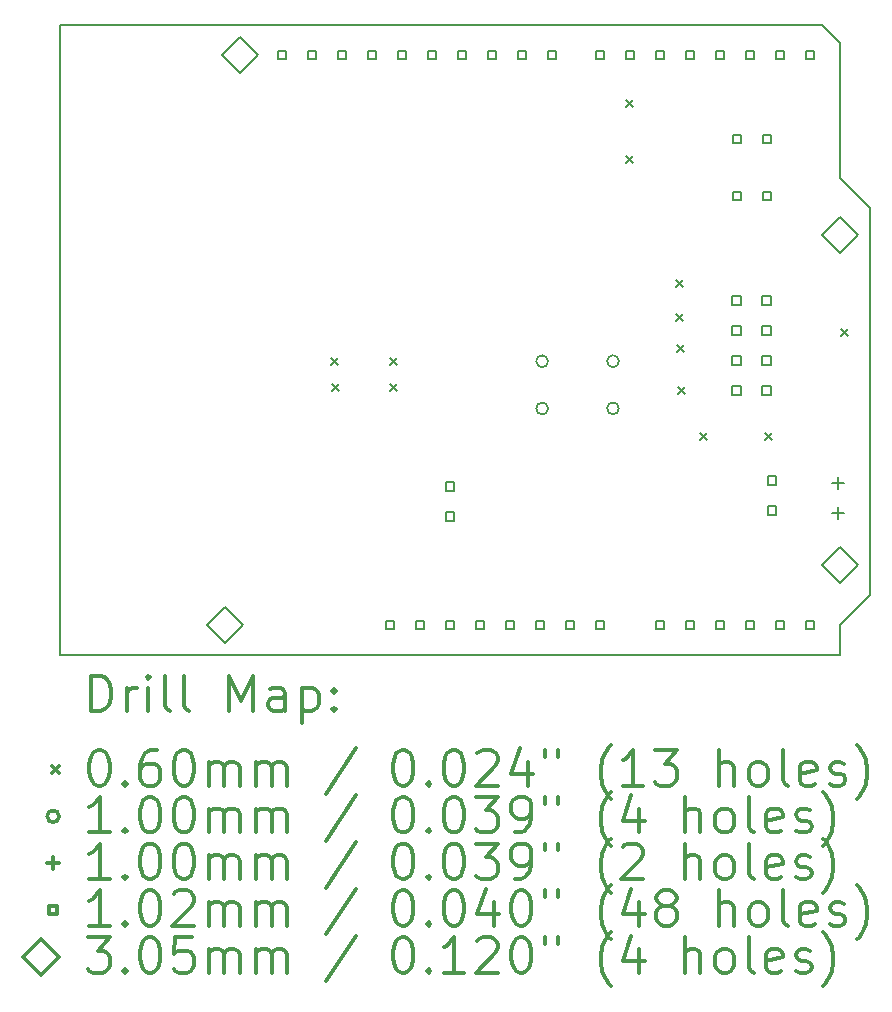
<source format=gbr>
%FSLAX45Y45*%
G04 Gerber Fmt 4.5, Leading zero omitted, Abs format (unit mm)*
G04 Created by KiCad (PCBNEW 4.0.5+dfsg1-4) date Fri Nov 23 12:42:54 2018*
%MOMM*%
%LPD*%
G01*
G04 APERTURE LIST*
%ADD10C,0.127000*%
%ADD11C,0.150000*%
%ADD12C,0.200000*%
%ADD13C,0.300000*%
G04 APERTURE END LIST*
D10*
D11*
X17703800Y-7454900D02*
X17551400Y-7302500D01*
X17703800Y-8597900D02*
X17703800Y-7454900D01*
X17957800Y-8851900D02*
X17703800Y-8597900D01*
X17957800Y-12128500D02*
X17957800Y-8851900D01*
X17703800Y-12382500D02*
X17957800Y-12128500D01*
X17703800Y-12636500D02*
X17703800Y-12382500D01*
X11099800Y-12636500D02*
X17703800Y-12636500D01*
X11099800Y-7302500D02*
X11099800Y-12636500D01*
X17551400Y-7302500D02*
X11099800Y-7302500D01*
D12*
X13395932Y-10116538D02*
X13455932Y-10176538D01*
X13455932Y-10116538D02*
X13395932Y-10176538D01*
X13400250Y-10340566D02*
X13460250Y-10400566D01*
X13460250Y-10340566D02*
X13400250Y-10400566D01*
X13890470Y-10342598D02*
X13950470Y-10402598D01*
X13950470Y-10342598D02*
X13890470Y-10402598D01*
X13890674Y-10117096D02*
X13950674Y-10177096D01*
X13950674Y-10117096D02*
X13890674Y-10177096D01*
X15893768Y-7931622D02*
X15953768Y-7991622D01*
X15953768Y-7931622D02*
X15893768Y-7991622D01*
X15893768Y-8407372D02*
X15953768Y-8467372D01*
X15953768Y-8407372D02*
X15893768Y-8467372D01*
X16316932Y-9461077D02*
X16376932Y-9521077D01*
X16376932Y-9461077D02*
X16316932Y-9521077D01*
X16316932Y-9748238D02*
X16376932Y-9808238D01*
X16376932Y-9748238D02*
X16316932Y-9808238D01*
X16325060Y-10010620D02*
X16385060Y-10070620D01*
X16385060Y-10010620D02*
X16325060Y-10070620D01*
X16329378Y-10366220D02*
X16389378Y-10426220D01*
X16389378Y-10366220D02*
X16329378Y-10426220D01*
X16518862Y-10757380D02*
X16578862Y-10817380D01*
X16578862Y-10757380D02*
X16518862Y-10817380D01*
X17067248Y-10757380D02*
X17127248Y-10817380D01*
X17127248Y-10757380D02*
X17067248Y-10817380D01*
X17713678Y-9873968D02*
X17773678Y-9933968D01*
X17773678Y-9873968D02*
X17713678Y-9933968D01*
X15232544Y-10147096D02*
G75*
G03X15232544Y-10147096I-50000J0D01*
G01*
X15232544Y-10547096D02*
G75*
G03X15232544Y-10547096I-50000J0D01*
G01*
X15832544Y-10147096D02*
G75*
G03X15832544Y-10147096I-50000J0D01*
G01*
X15832544Y-10547096D02*
G75*
G03X15832544Y-10547096I-50000J0D01*
G01*
X17688052Y-11127232D02*
X17688052Y-11227308D01*
X17638014Y-11177270D02*
X17738090Y-11177270D01*
X17688052Y-11381232D02*
X17688052Y-11481308D01*
X17638014Y-11431270D02*
X17738090Y-11431270D01*
X13015321Y-7592421D02*
X13015321Y-7520579D01*
X12943479Y-7520579D01*
X12943479Y-7592421D01*
X13015321Y-7592421D01*
X13269321Y-7592421D02*
X13269321Y-7520579D01*
X13197479Y-7520579D01*
X13197479Y-7592421D01*
X13269321Y-7592421D01*
X13523321Y-7592421D02*
X13523321Y-7520579D01*
X13451479Y-7520579D01*
X13451479Y-7592421D01*
X13523321Y-7592421D01*
X13777321Y-7592421D02*
X13777321Y-7520579D01*
X13705479Y-7520579D01*
X13705479Y-7592421D01*
X13777321Y-7592421D01*
X13929721Y-12418421D02*
X13929721Y-12346579D01*
X13857879Y-12346579D01*
X13857879Y-12418421D01*
X13929721Y-12418421D01*
X14031321Y-7592421D02*
X14031321Y-7520579D01*
X13959479Y-7520579D01*
X13959479Y-7592421D01*
X14031321Y-7592421D01*
X14183721Y-12418421D02*
X14183721Y-12346579D01*
X14111879Y-12346579D01*
X14111879Y-12418421D01*
X14183721Y-12418421D01*
X14285321Y-7592421D02*
X14285321Y-7520579D01*
X14213479Y-7520579D01*
X14213479Y-7592421D01*
X14285321Y-7592421D01*
X14437721Y-12418421D02*
X14437721Y-12346579D01*
X14365879Y-12346579D01*
X14365879Y-12418421D01*
X14437721Y-12418421D01*
X14438483Y-11243417D02*
X14438483Y-11171575D01*
X14366641Y-11171575D01*
X14366641Y-11243417D01*
X14438483Y-11243417D01*
X14438483Y-11497417D02*
X14438483Y-11425575D01*
X14366641Y-11425575D01*
X14366641Y-11497417D01*
X14438483Y-11497417D01*
X14539321Y-7592421D02*
X14539321Y-7520579D01*
X14467479Y-7520579D01*
X14467479Y-7592421D01*
X14539321Y-7592421D01*
X14691721Y-12418421D02*
X14691721Y-12346579D01*
X14619879Y-12346579D01*
X14619879Y-12418421D01*
X14691721Y-12418421D01*
X14793321Y-7592421D02*
X14793321Y-7520579D01*
X14721479Y-7520579D01*
X14721479Y-7592421D01*
X14793321Y-7592421D01*
X14945721Y-12418421D02*
X14945721Y-12346579D01*
X14873879Y-12346579D01*
X14873879Y-12418421D01*
X14945721Y-12418421D01*
X15047321Y-7592421D02*
X15047321Y-7520579D01*
X14975479Y-7520579D01*
X14975479Y-7592421D01*
X15047321Y-7592421D01*
X15199721Y-12418421D02*
X15199721Y-12346579D01*
X15127879Y-12346579D01*
X15127879Y-12418421D01*
X15199721Y-12418421D01*
X15301321Y-7592421D02*
X15301321Y-7520579D01*
X15229479Y-7520579D01*
X15229479Y-7592421D01*
X15301321Y-7592421D01*
X15453721Y-12418421D02*
X15453721Y-12346579D01*
X15381879Y-12346579D01*
X15381879Y-12418421D01*
X15453721Y-12418421D01*
X15707721Y-7592421D02*
X15707721Y-7520579D01*
X15635879Y-7520579D01*
X15635879Y-7592421D01*
X15707721Y-7592421D01*
X15707721Y-12418421D02*
X15707721Y-12346579D01*
X15635879Y-12346579D01*
X15635879Y-12418421D01*
X15707721Y-12418421D01*
X15961721Y-7592421D02*
X15961721Y-7520579D01*
X15889879Y-7520579D01*
X15889879Y-7592421D01*
X15961721Y-7592421D01*
X16215721Y-7592421D02*
X16215721Y-7520579D01*
X16143879Y-7520579D01*
X16143879Y-7592421D01*
X16215721Y-7592421D01*
X16215721Y-12418421D02*
X16215721Y-12346579D01*
X16143879Y-12346579D01*
X16143879Y-12418421D01*
X16215721Y-12418421D01*
X16469721Y-7592421D02*
X16469721Y-7520579D01*
X16397879Y-7520579D01*
X16397879Y-7592421D01*
X16469721Y-7592421D01*
X16469721Y-12418421D02*
X16469721Y-12346579D01*
X16397879Y-12346579D01*
X16397879Y-12418421D01*
X16469721Y-12418421D01*
X16723721Y-7592421D02*
X16723721Y-7520579D01*
X16651879Y-7520579D01*
X16651879Y-7592421D01*
X16723721Y-7592421D01*
X16723721Y-12418421D02*
X16723721Y-12346579D01*
X16651879Y-12346579D01*
X16651879Y-12418421D01*
X16723721Y-12418421D01*
X16865961Y-9669633D02*
X16865961Y-9597791D01*
X16794119Y-9597791D01*
X16794119Y-9669633D01*
X16865961Y-9669633D01*
X16865961Y-9923633D02*
X16865961Y-9851791D01*
X16794119Y-9851791D01*
X16794119Y-9923633D01*
X16865961Y-9923633D01*
X16865961Y-10177633D02*
X16865961Y-10105791D01*
X16794119Y-10105791D01*
X16794119Y-10177633D01*
X16865961Y-10177633D01*
X16865961Y-10431633D02*
X16865961Y-10359791D01*
X16794119Y-10359791D01*
X16794119Y-10431633D01*
X16865961Y-10431633D01*
X16867485Y-8302605D02*
X16867485Y-8230763D01*
X16795643Y-8230763D01*
X16795643Y-8302605D01*
X16867485Y-8302605D01*
X16867485Y-8785205D02*
X16867485Y-8713363D01*
X16795643Y-8713363D01*
X16795643Y-8785205D01*
X16867485Y-8785205D01*
X16977721Y-7592421D02*
X16977721Y-7520579D01*
X16905879Y-7520579D01*
X16905879Y-7592421D01*
X16977721Y-7592421D01*
X16977721Y-12418421D02*
X16977721Y-12346579D01*
X16905879Y-12346579D01*
X16905879Y-12418421D01*
X16977721Y-12418421D01*
X17119961Y-9669633D02*
X17119961Y-9597791D01*
X17048119Y-9597791D01*
X17048119Y-9669633D01*
X17119961Y-9669633D01*
X17119961Y-9923633D02*
X17119961Y-9851791D01*
X17048119Y-9851791D01*
X17048119Y-9923633D01*
X17119961Y-9923633D01*
X17119961Y-10177633D02*
X17119961Y-10105791D01*
X17048119Y-10105791D01*
X17048119Y-10177633D01*
X17119961Y-10177633D01*
X17119961Y-10431633D02*
X17119961Y-10359791D01*
X17048119Y-10359791D01*
X17048119Y-10431633D01*
X17119961Y-10431633D01*
X17121485Y-8302605D02*
X17121485Y-8230763D01*
X17049643Y-8230763D01*
X17049643Y-8302605D01*
X17121485Y-8302605D01*
X17121485Y-8785205D02*
X17121485Y-8713363D01*
X17049643Y-8713363D01*
X17049643Y-8785205D01*
X17121485Y-8785205D01*
X17166697Y-11191093D02*
X17166697Y-11119251D01*
X17094855Y-11119251D01*
X17094855Y-11191093D01*
X17166697Y-11191093D01*
X17166697Y-11445093D02*
X17166697Y-11373251D01*
X17094855Y-11373251D01*
X17094855Y-11445093D01*
X17166697Y-11445093D01*
X17231721Y-7592421D02*
X17231721Y-7520579D01*
X17159879Y-7520579D01*
X17159879Y-7592421D01*
X17231721Y-7592421D01*
X17231721Y-12418421D02*
X17231721Y-12346579D01*
X17159879Y-12346579D01*
X17159879Y-12418421D01*
X17231721Y-12418421D01*
X17485721Y-7592421D02*
X17485721Y-7520579D01*
X17413879Y-7520579D01*
X17413879Y-7592421D01*
X17485721Y-7592421D01*
X17485721Y-12418421D02*
X17485721Y-12346579D01*
X17413879Y-12346579D01*
X17413879Y-12418421D01*
X17485721Y-12418421D01*
X12496800Y-12534900D02*
X12649200Y-12382500D01*
X12496800Y-12230100D01*
X12344400Y-12382500D01*
X12496800Y-12534900D01*
X12623800Y-7708900D02*
X12776200Y-7556500D01*
X12623800Y-7404100D01*
X12471400Y-7556500D01*
X12623800Y-7708900D01*
X17703800Y-9232900D02*
X17856200Y-9080500D01*
X17703800Y-8928100D01*
X17551400Y-9080500D01*
X17703800Y-9232900D01*
X17703800Y-12026900D02*
X17856200Y-11874500D01*
X17703800Y-11722100D01*
X17551400Y-11874500D01*
X17703800Y-12026900D01*
D13*
X11363728Y-13109714D02*
X11363728Y-12809714D01*
X11435157Y-12809714D01*
X11478014Y-12824000D01*
X11506586Y-12852571D01*
X11520871Y-12881143D01*
X11535157Y-12938286D01*
X11535157Y-12981143D01*
X11520871Y-13038286D01*
X11506586Y-13066857D01*
X11478014Y-13095429D01*
X11435157Y-13109714D01*
X11363728Y-13109714D01*
X11663728Y-13109714D02*
X11663728Y-12909714D01*
X11663728Y-12966857D02*
X11678014Y-12938286D01*
X11692300Y-12924000D01*
X11720871Y-12909714D01*
X11749443Y-12909714D01*
X11849443Y-13109714D02*
X11849443Y-12909714D01*
X11849443Y-12809714D02*
X11835157Y-12824000D01*
X11849443Y-12838286D01*
X11863728Y-12824000D01*
X11849443Y-12809714D01*
X11849443Y-12838286D01*
X12035157Y-13109714D02*
X12006586Y-13095429D01*
X11992300Y-13066857D01*
X11992300Y-12809714D01*
X12192300Y-13109714D02*
X12163728Y-13095429D01*
X12149443Y-13066857D01*
X12149443Y-12809714D01*
X12535157Y-13109714D02*
X12535157Y-12809714D01*
X12635157Y-13024000D01*
X12735157Y-12809714D01*
X12735157Y-13109714D01*
X13006586Y-13109714D02*
X13006586Y-12952571D01*
X12992300Y-12924000D01*
X12963728Y-12909714D01*
X12906586Y-12909714D01*
X12878014Y-12924000D01*
X13006586Y-13095429D02*
X12978014Y-13109714D01*
X12906586Y-13109714D01*
X12878014Y-13095429D01*
X12863728Y-13066857D01*
X12863728Y-13038286D01*
X12878014Y-13009714D01*
X12906586Y-12995429D01*
X12978014Y-12995429D01*
X13006586Y-12981143D01*
X13149443Y-12909714D02*
X13149443Y-13209714D01*
X13149443Y-12924000D02*
X13178014Y-12909714D01*
X13235157Y-12909714D01*
X13263728Y-12924000D01*
X13278014Y-12938286D01*
X13292300Y-12966857D01*
X13292300Y-13052571D01*
X13278014Y-13081143D01*
X13263728Y-13095429D01*
X13235157Y-13109714D01*
X13178014Y-13109714D01*
X13149443Y-13095429D01*
X13420871Y-13081143D02*
X13435157Y-13095429D01*
X13420871Y-13109714D01*
X13406586Y-13095429D01*
X13420871Y-13081143D01*
X13420871Y-13109714D01*
X13420871Y-12924000D02*
X13435157Y-12938286D01*
X13420871Y-12952571D01*
X13406586Y-12938286D01*
X13420871Y-12924000D01*
X13420871Y-12952571D01*
X11032300Y-13574000D02*
X11092300Y-13634000D01*
X11092300Y-13574000D02*
X11032300Y-13634000D01*
X11420871Y-13439714D02*
X11449443Y-13439714D01*
X11478014Y-13454000D01*
X11492300Y-13468286D01*
X11506586Y-13496857D01*
X11520871Y-13554000D01*
X11520871Y-13625429D01*
X11506586Y-13682571D01*
X11492300Y-13711143D01*
X11478014Y-13725429D01*
X11449443Y-13739714D01*
X11420871Y-13739714D01*
X11392300Y-13725429D01*
X11378014Y-13711143D01*
X11363728Y-13682571D01*
X11349443Y-13625429D01*
X11349443Y-13554000D01*
X11363728Y-13496857D01*
X11378014Y-13468286D01*
X11392300Y-13454000D01*
X11420871Y-13439714D01*
X11649443Y-13711143D02*
X11663728Y-13725429D01*
X11649443Y-13739714D01*
X11635157Y-13725429D01*
X11649443Y-13711143D01*
X11649443Y-13739714D01*
X11920871Y-13439714D02*
X11863728Y-13439714D01*
X11835157Y-13454000D01*
X11820871Y-13468286D01*
X11792300Y-13511143D01*
X11778014Y-13568286D01*
X11778014Y-13682571D01*
X11792300Y-13711143D01*
X11806586Y-13725429D01*
X11835157Y-13739714D01*
X11892300Y-13739714D01*
X11920871Y-13725429D01*
X11935157Y-13711143D01*
X11949443Y-13682571D01*
X11949443Y-13611143D01*
X11935157Y-13582571D01*
X11920871Y-13568286D01*
X11892300Y-13554000D01*
X11835157Y-13554000D01*
X11806586Y-13568286D01*
X11792300Y-13582571D01*
X11778014Y-13611143D01*
X12135157Y-13439714D02*
X12163728Y-13439714D01*
X12192300Y-13454000D01*
X12206586Y-13468286D01*
X12220871Y-13496857D01*
X12235157Y-13554000D01*
X12235157Y-13625429D01*
X12220871Y-13682571D01*
X12206586Y-13711143D01*
X12192300Y-13725429D01*
X12163728Y-13739714D01*
X12135157Y-13739714D01*
X12106586Y-13725429D01*
X12092300Y-13711143D01*
X12078014Y-13682571D01*
X12063728Y-13625429D01*
X12063728Y-13554000D01*
X12078014Y-13496857D01*
X12092300Y-13468286D01*
X12106586Y-13454000D01*
X12135157Y-13439714D01*
X12363728Y-13739714D02*
X12363728Y-13539714D01*
X12363728Y-13568286D02*
X12378014Y-13554000D01*
X12406586Y-13539714D01*
X12449443Y-13539714D01*
X12478014Y-13554000D01*
X12492300Y-13582571D01*
X12492300Y-13739714D01*
X12492300Y-13582571D02*
X12506586Y-13554000D01*
X12535157Y-13539714D01*
X12578014Y-13539714D01*
X12606586Y-13554000D01*
X12620871Y-13582571D01*
X12620871Y-13739714D01*
X12763728Y-13739714D02*
X12763728Y-13539714D01*
X12763728Y-13568286D02*
X12778014Y-13554000D01*
X12806586Y-13539714D01*
X12849443Y-13539714D01*
X12878014Y-13554000D01*
X12892300Y-13582571D01*
X12892300Y-13739714D01*
X12892300Y-13582571D02*
X12906586Y-13554000D01*
X12935157Y-13539714D01*
X12978014Y-13539714D01*
X13006586Y-13554000D01*
X13020871Y-13582571D01*
X13020871Y-13739714D01*
X13606586Y-13425429D02*
X13349443Y-13811143D01*
X13992300Y-13439714D02*
X14020871Y-13439714D01*
X14049443Y-13454000D01*
X14063728Y-13468286D01*
X14078014Y-13496857D01*
X14092300Y-13554000D01*
X14092300Y-13625429D01*
X14078014Y-13682571D01*
X14063728Y-13711143D01*
X14049443Y-13725429D01*
X14020871Y-13739714D01*
X13992300Y-13739714D01*
X13963728Y-13725429D01*
X13949443Y-13711143D01*
X13935157Y-13682571D01*
X13920871Y-13625429D01*
X13920871Y-13554000D01*
X13935157Y-13496857D01*
X13949443Y-13468286D01*
X13963728Y-13454000D01*
X13992300Y-13439714D01*
X14220871Y-13711143D02*
X14235157Y-13725429D01*
X14220871Y-13739714D01*
X14206586Y-13725429D01*
X14220871Y-13711143D01*
X14220871Y-13739714D01*
X14420871Y-13439714D02*
X14449443Y-13439714D01*
X14478014Y-13454000D01*
X14492300Y-13468286D01*
X14506585Y-13496857D01*
X14520871Y-13554000D01*
X14520871Y-13625429D01*
X14506585Y-13682571D01*
X14492300Y-13711143D01*
X14478014Y-13725429D01*
X14449443Y-13739714D01*
X14420871Y-13739714D01*
X14392300Y-13725429D01*
X14378014Y-13711143D01*
X14363728Y-13682571D01*
X14349443Y-13625429D01*
X14349443Y-13554000D01*
X14363728Y-13496857D01*
X14378014Y-13468286D01*
X14392300Y-13454000D01*
X14420871Y-13439714D01*
X14635157Y-13468286D02*
X14649443Y-13454000D01*
X14678014Y-13439714D01*
X14749443Y-13439714D01*
X14778014Y-13454000D01*
X14792300Y-13468286D01*
X14806585Y-13496857D01*
X14806585Y-13525429D01*
X14792300Y-13568286D01*
X14620871Y-13739714D01*
X14806585Y-13739714D01*
X15063728Y-13539714D02*
X15063728Y-13739714D01*
X14992300Y-13425429D02*
X14920871Y-13639714D01*
X15106585Y-13639714D01*
X15206586Y-13439714D02*
X15206586Y-13496857D01*
X15320871Y-13439714D02*
X15320871Y-13496857D01*
X15763728Y-13854000D02*
X15749443Y-13839714D01*
X15720871Y-13796857D01*
X15706585Y-13768286D01*
X15692300Y-13725429D01*
X15678014Y-13654000D01*
X15678014Y-13596857D01*
X15692300Y-13525429D01*
X15706585Y-13482571D01*
X15720871Y-13454000D01*
X15749443Y-13411143D01*
X15763728Y-13396857D01*
X16035157Y-13739714D02*
X15863728Y-13739714D01*
X15949443Y-13739714D02*
X15949443Y-13439714D01*
X15920871Y-13482571D01*
X15892300Y-13511143D01*
X15863728Y-13525429D01*
X16135157Y-13439714D02*
X16320871Y-13439714D01*
X16220871Y-13554000D01*
X16263728Y-13554000D01*
X16292300Y-13568286D01*
X16306585Y-13582571D01*
X16320871Y-13611143D01*
X16320871Y-13682571D01*
X16306585Y-13711143D01*
X16292300Y-13725429D01*
X16263728Y-13739714D01*
X16178014Y-13739714D01*
X16149443Y-13725429D01*
X16135157Y-13711143D01*
X16678014Y-13739714D02*
X16678014Y-13439714D01*
X16806586Y-13739714D02*
X16806586Y-13582571D01*
X16792300Y-13554000D01*
X16763728Y-13539714D01*
X16720871Y-13539714D01*
X16692300Y-13554000D01*
X16678014Y-13568286D01*
X16992300Y-13739714D02*
X16963728Y-13725429D01*
X16949443Y-13711143D01*
X16935157Y-13682571D01*
X16935157Y-13596857D01*
X16949443Y-13568286D01*
X16963728Y-13554000D01*
X16992300Y-13539714D01*
X17035157Y-13539714D01*
X17063728Y-13554000D01*
X17078014Y-13568286D01*
X17092300Y-13596857D01*
X17092300Y-13682571D01*
X17078014Y-13711143D01*
X17063728Y-13725429D01*
X17035157Y-13739714D01*
X16992300Y-13739714D01*
X17263728Y-13739714D02*
X17235157Y-13725429D01*
X17220871Y-13696857D01*
X17220871Y-13439714D01*
X17492300Y-13725429D02*
X17463729Y-13739714D01*
X17406586Y-13739714D01*
X17378014Y-13725429D01*
X17363729Y-13696857D01*
X17363729Y-13582571D01*
X17378014Y-13554000D01*
X17406586Y-13539714D01*
X17463729Y-13539714D01*
X17492300Y-13554000D01*
X17506586Y-13582571D01*
X17506586Y-13611143D01*
X17363729Y-13639714D01*
X17620871Y-13725429D02*
X17649443Y-13739714D01*
X17706586Y-13739714D01*
X17735157Y-13725429D01*
X17749443Y-13696857D01*
X17749443Y-13682571D01*
X17735157Y-13654000D01*
X17706586Y-13639714D01*
X17663729Y-13639714D01*
X17635157Y-13625429D01*
X17620871Y-13596857D01*
X17620871Y-13582571D01*
X17635157Y-13554000D01*
X17663729Y-13539714D01*
X17706586Y-13539714D01*
X17735157Y-13554000D01*
X17849443Y-13854000D02*
X17863729Y-13839714D01*
X17892300Y-13796857D01*
X17906586Y-13768286D01*
X17920871Y-13725429D01*
X17935157Y-13654000D01*
X17935157Y-13596857D01*
X17920871Y-13525429D01*
X17906586Y-13482571D01*
X17892300Y-13454000D01*
X17863729Y-13411143D01*
X17849443Y-13396857D01*
X11092300Y-14000000D02*
G75*
G03X11092300Y-14000000I-50000J0D01*
G01*
X11520871Y-14135714D02*
X11349443Y-14135714D01*
X11435157Y-14135714D02*
X11435157Y-13835714D01*
X11406586Y-13878571D01*
X11378014Y-13907143D01*
X11349443Y-13921429D01*
X11649443Y-14107143D02*
X11663728Y-14121429D01*
X11649443Y-14135714D01*
X11635157Y-14121429D01*
X11649443Y-14107143D01*
X11649443Y-14135714D01*
X11849443Y-13835714D02*
X11878014Y-13835714D01*
X11906586Y-13850000D01*
X11920871Y-13864286D01*
X11935157Y-13892857D01*
X11949443Y-13950000D01*
X11949443Y-14021429D01*
X11935157Y-14078571D01*
X11920871Y-14107143D01*
X11906586Y-14121429D01*
X11878014Y-14135714D01*
X11849443Y-14135714D01*
X11820871Y-14121429D01*
X11806586Y-14107143D01*
X11792300Y-14078571D01*
X11778014Y-14021429D01*
X11778014Y-13950000D01*
X11792300Y-13892857D01*
X11806586Y-13864286D01*
X11820871Y-13850000D01*
X11849443Y-13835714D01*
X12135157Y-13835714D02*
X12163728Y-13835714D01*
X12192300Y-13850000D01*
X12206586Y-13864286D01*
X12220871Y-13892857D01*
X12235157Y-13950000D01*
X12235157Y-14021429D01*
X12220871Y-14078571D01*
X12206586Y-14107143D01*
X12192300Y-14121429D01*
X12163728Y-14135714D01*
X12135157Y-14135714D01*
X12106586Y-14121429D01*
X12092300Y-14107143D01*
X12078014Y-14078571D01*
X12063728Y-14021429D01*
X12063728Y-13950000D01*
X12078014Y-13892857D01*
X12092300Y-13864286D01*
X12106586Y-13850000D01*
X12135157Y-13835714D01*
X12363728Y-14135714D02*
X12363728Y-13935714D01*
X12363728Y-13964286D02*
X12378014Y-13950000D01*
X12406586Y-13935714D01*
X12449443Y-13935714D01*
X12478014Y-13950000D01*
X12492300Y-13978571D01*
X12492300Y-14135714D01*
X12492300Y-13978571D02*
X12506586Y-13950000D01*
X12535157Y-13935714D01*
X12578014Y-13935714D01*
X12606586Y-13950000D01*
X12620871Y-13978571D01*
X12620871Y-14135714D01*
X12763728Y-14135714D02*
X12763728Y-13935714D01*
X12763728Y-13964286D02*
X12778014Y-13950000D01*
X12806586Y-13935714D01*
X12849443Y-13935714D01*
X12878014Y-13950000D01*
X12892300Y-13978571D01*
X12892300Y-14135714D01*
X12892300Y-13978571D02*
X12906586Y-13950000D01*
X12935157Y-13935714D01*
X12978014Y-13935714D01*
X13006586Y-13950000D01*
X13020871Y-13978571D01*
X13020871Y-14135714D01*
X13606586Y-13821429D02*
X13349443Y-14207143D01*
X13992300Y-13835714D02*
X14020871Y-13835714D01*
X14049443Y-13850000D01*
X14063728Y-13864286D01*
X14078014Y-13892857D01*
X14092300Y-13950000D01*
X14092300Y-14021429D01*
X14078014Y-14078571D01*
X14063728Y-14107143D01*
X14049443Y-14121429D01*
X14020871Y-14135714D01*
X13992300Y-14135714D01*
X13963728Y-14121429D01*
X13949443Y-14107143D01*
X13935157Y-14078571D01*
X13920871Y-14021429D01*
X13920871Y-13950000D01*
X13935157Y-13892857D01*
X13949443Y-13864286D01*
X13963728Y-13850000D01*
X13992300Y-13835714D01*
X14220871Y-14107143D02*
X14235157Y-14121429D01*
X14220871Y-14135714D01*
X14206586Y-14121429D01*
X14220871Y-14107143D01*
X14220871Y-14135714D01*
X14420871Y-13835714D02*
X14449443Y-13835714D01*
X14478014Y-13850000D01*
X14492300Y-13864286D01*
X14506585Y-13892857D01*
X14520871Y-13950000D01*
X14520871Y-14021429D01*
X14506585Y-14078571D01*
X14492300Y-14107143D01*
X14478014Y-14121429D01*
X14449443Y-14135714D01*
X14420871Y-14135714D01*
X14392300Y-14121429D01*
X14378014Y-14107143D01*
X14363728Y-14078571D01*
X14349443Y-14021429D01*
X14349443Y-13950000D01*
X14363728Y-13892857D01*
X14378014Y-13864286D01*
X14392300Y-13850000D01*
X14420871Y-13835714D01*
X14620871Y-13835714D02*
X14806585Y-13835714D01*
X14706585Y-13950000D01*
X14749443Y-13950000D01*
X14778014Y-13964286D01*
X14792300Y-13978571D01*
X14806585Y-14007143D01*
X14806585Y-14078571D01*
X14792300Y-14107143D01*
X14778014Y-14121429D01*
X14749443Y-14135714D01*
X14663728Y-14135714D01*
X14635157Y-14121429D01*
X14620871Y-14107143D01*
X14949443Y-14135714D02*
X15006585Y-14135714D01*
X15035157Y-14121429D01*
X15049443Y-14107143D01*
X15078014Y-14064286D01*
X15092300Y-14007143D01*
X15092300Y-13892857D01*
X15078014Y-13864286D01*
X15063728Y-13850000D01*
X15035157Y-13835714D01*
X14978014Y-13835714D01*
X14949443Y-13850000D01*
X14935157Y-13864286D01*
X14920871Y-13892857D01*
X14920871Y-13964286D01*
X14935157Y-13992857D01*
X14949443Y-14007143D01*
X14978014Y-14021429D01*
X15035157Y-14021429D01*
X15063728Y-14007143D01*
X15078014Y-13992857D01*
X15092300Y-13964286D01*
X15206586Y-13835714D02*
X15206586Y-13892857D01*
X15320871Y-13835714D02*
X15320871Y-13892857D01*
X15763728Y-14250000D02*
X15749443Y-14235714D01*
X15720871Y-14192857D01*
X15706585Y-14164286D01*
X15692300Y-14121429D01*
X15678014Y-14050000D01*
X15678014Y-13992857D01*
X15692300Y-13921429D01*
X15706585Y-13878571D01*
X15720871Y-13850000D01*
X15749443Y-13807143D01*
X15763728Y-13792857D01*
X16006585Y-13935714D02*
X16006585Y-14135714D01*
X15935157Y-13821429D02*
X15863728Y-14035714D01*
X16049443Y-14035714D01*
X16392300Y-14135714D02*
X16392300Y-13835714D01*
X16520871Y-14135714D02*
X16520871Y-13978571D01*
X16506585Y-13950000D01*
X16478014Y-13935714D01*
X16435157Y-13935714D01*
X16406585Y-13950000D01*
X16392300Y-13964286D01*
X16706585Y-14135714D02*
X16678014Y-14121429D01*
X16663728Y-14107143D01*
X16649443Y-14078571D01*
X16649443Y-13992857D01*
X16663728Y-13964286D01*
X16678014Y-13950000D01*
X16706585Y-13935714D01*
X16749443Y-13935714D01*
X16778014Y-13950000D01*
X16792300Y-13964286D01*
X16806586Y-13992857D01*
X16806586Y-14078571D01*
X16792300Y-14107143D01*
X16778014Y-14121429D01*
X16749443Y-14135714D01*
X16706585Y-14135714D01*
X16978014Y-14135714D02*
X16949443Y-14121429D01*
X16935157Y-14092857D01*
X16935157Y-13835714D01*
X17206586Y-14121429D02*
X17178014Y-14135714D01*
X17120871Y-14135714D01*
X17092300Y-14121429D01*
X17078014Y-14092857D01*
X17078014Y-13978571D01*
X17092300Y-13950000D01*
X17120871Y-13935714D01*
X17178014Y-13935714D01*
X17206586Y-13950000D01*
X17220871Y-13978571D01*
X17220871Y-14007143D01*
X17078014Y-14035714D01*
X17335157Y-14121429D02*
X17363729Y-14135714D01*
X17420871Y-14135714D01*
X17449443Y-14121429D01*
X17463729Y-14092857D01*
X17463729Y-14078571D01*
X17449443Y-14050000D01*
X17420871Y-14035714D01*
X17378014Y-14035714D01*
X17349443Y-14021429D01*
X17335157Y-13992857D01*
X17335157Y-13978571D01*
X17349443Y-13950000D01*
X17378014Y-13935714D01*
X17420871Y-13935714D01*
X17449443Y-13950000D01*
X17563728Y-14250000D02*
X17578014Y-14235714D01*
X17606586Y-14192857D01*
X17620871Y-14164286D01*
X17635157Y-14121429D01*
X17649443Y-14050000D01*
X17649443Y-13992857D01*
X17635157Y-13921429D01*
X17620871Y-13878571D01*
X17606586Y-13850000D01*
X17578014Y-13807143D01*
X17563728Y-13792857D01*
X11042262Y-14345962D02*
X11042262Y-14446038D01*
X10992224Y-14396000D02*
X11092300Y-14396000D01*
X11520871Y-14531714D02*
X11349443Y-14531714D01*
X11435157Y-14531714D02*
X11435157Y-14231714D01*
X11406586Y-14274571D01*
X11378014Y-14303143D01*
X11349443Y-14317429D01*
X11649443Y-14503143D02*
X11663728Y-14517429D01*
X11649443Y-14531714D01*
X11635157Y-14517429D01*
X11649443Y-14503143D01*
X11649443Y-14531714D01*
X11849443Y-14231714D02*
X11878014Y-14231714D01*
X11906586Y-14246000D01*
X11920871Y-14260286D01*
X11935157Y-14288857D01*
X11949443Y-14346000D01*
X11949443Y-14417429D01*
X11935157Y-14474571D01*
X11920871Y-14503143D01*
X11906586Y-14517429D01*
X11878014Y-14531714D01*
X11849443Y-14531714D01*
X11820871Y-14517429D01*
X11806586Y-14503143D01*
X11792300Y-14474571D01*
X11778014Y-14417429D01*
X11778014Y-14346000D01*
X11792300Y-14288857D01*
X11806586Y-14260286D01*
X11820871Y-14246000D01*
X11849443Y-14231714D01*
X12135157Y-14231714D02*
X12163728Y-14231714D01*
X12192300Y-14246000D01*
X12206586Y-14260286D01*
X12220871Y-14288857D01*
X12235157Y-14346000D01*
X12235157Y-14417429D01*
X12220871Y-14474571D01*
X12206586Y-14503143D01*
X12192300Y-14517429D01*
X12163728Y-14531714D01*
X12135157Y-14531714D01*
X12106586Y-14517429D01*
X12092300Y-14503143D01*
X12078014Y-14474571D01*
X12063728Y-14417429D01*
X12063728Y-14346000D01*
X12078014Y-14288857D01*
X12092300Y-14260286D01*
X12106586Y-14246000D01*
X12135157Y-14231714D01*
X12363728Y-14531714D02*
X12363728Y-14331714D01*
X12363728Y-14360286D02*
X12378014Y-14346000D01*
X12406586Y-14331714D01*
X12449443Y-14331714D01*
X12478014Y-14346000D01*
X12492300Y-14374571D01*
X12492300Y-14531714D01*
X12492300Y-14374571D02*
X12506586Y-14346000D01*
X12535157Y-14331714D01*
X12578014Y-14331714D01*
X12606586Y-14346000D01*
X12620871Y-14374571D01*
X12620871Y-14531714D01*
X12763728Y-14531714D02*
X12763728Y-14331714D01*
X12763728Y-14360286D02*
X12778014Y-14346000D01*
X12806586Y-14331714D01*
X12849443Y-14331714D01*
X12878014Y-14346000D01*
X12892300Y-14374571D01*
X12892300Y-14531714D01*
X12892300Y-14374571D02*
X12906586Y-14346000D01*
X12935157Y-14331714D01*
X12978014Y-14331714D01*
X13006586Y-14346000D01*
X13020871Y-14374571D01*
X13020871Y-14531714D01*
X13606586Y-14217429D02*
X13349443Y-14603143D01*
X13992300Y-14231714D02*
X14020871Y-14231714D01*
X14049443Y-14246000D01*
X14063728Y-14260286D01*
X14078014Y-14288857D01*
X14092300Y-14346000D01*
X14092300Y-14417429D01*
X14078014Y-14474571D01*
X14063728Y-14503143D01*
X14049443Y-14517429D01*
X14020871Y-14531714D01*
X13992300Y-14531714D01*
X13963728Y-14517429D01*
X13949443Y-14503143D01*
X13935157Y-14474571D01*
X13920871Y-14417429D01*
X13920871Y-14346000D01*
X13935157Y-14288857D01*
X13949443Y-14260286D01*
X13963728Y-14246000D01*
X13992300Y-14231714D01*
X14220871Y-14503143D02*
X14235157Y-14517429D01*
X14220871Y-14531714D01*
X14206586Y-14517429D01*
X14220871Y-14503143D01*
X14220871Y-14531714D01*
X14420871Y-14231714D02*
X14449443Y-14231714D01*
X14478014Y-14246000D01*
X14492300Y-14260286D01*
X14506585Y-14288857D01*
X14520871Y-14346000D01*
X14520871Y-14417429D01*
X14506585Y-14474571D01*
X14492300Y-14503143D01*
X14478014Y-14517429D01*
X14449443Y-14531714D01*
X14420871Y-14531714D01*
X14392300Y-14517429D01*
X14378014Y-14503143D01*
X14363728Y-14474571D01*
X14349443Y-14417429D01*
X14349443Y-14346000D01*
X14363728Y-14288857D01*
X14378014Y-14260286D01*
X14392300Y-14246000D01*
X14420871Y-14231714D01*
X14620871Y-14231714D02*
X14806585Y-14231714D01*
X14706585Y-14346000D01*
X14749443Y-14346000D01*
X14778014Y-14360286D01*
X14792300Y-14374571D01*
X14806585Y-14403143D01*
X14806585Y-14474571D01*
X14792300Y-14503143D01*
X14778014Y-14517429D01*
X14749443Y-14531714D01*
X14663728Y-14531714D01*
X14635157Y-14517429D01*
X14620871Y-14503143D01*
X14949443Y-14531714D02*
X15006585Y-14531714D01*
X15035157Y-14517429D01*
X15049443Y-14503143D01*
X15078014Y-14460286D01*
X15092300Y-14403143D01*
X15092300Y-14288857D01*
X15078014Y-14260286D01*
X15063728Y-14246000D01*
X15035157Y-14231714D01*
X14978014Y-14231714D01*
X14949443Y-14246000D01*
X14935157Y-14260286D01*
X14920871Y-14288857D01*
X14920871Y-14360286D01*
X14935157Y-14388857D01*
X14949443Y-14403143D01*
X14978014Y-14417429D01*
X15035157Y-14417429D01*
X15063728Y-14403143D01*
X15078014Y-14388857D01*
X15092300Y-14360286D01*
X15206586Y-14231714D02*
X15206586Y-14288857D01*
X15320871Y-14231714D02*
X15320871Y-14288857D01*
X15763728Y-14646000D02*
X15749443Y-14631714D01*
X15720871Y-14588857D01*
X15706585Y-14560286D01*
X15692300Y-14517429D01*
X15678014Y-14446000D01*
X15678014Y-14388857D01*
X15692300Y-14317429D01*
X15706585Y-14274571D01*
X15720871Y-14246000D01*
X15749443Y-14203143D01*
X15763728Y-14188857D01*
X15863728Y-14260286D02*
X15878014Y-14246000D01*
X15906585Y-14231714D01*
X15978014Y-14231714D01*
X16006585Y-14246000D01*
X16020871Y-14260286D01*
X16035157Y-14288857D01*
X16035157Y-14317429D01*
X16020871Y-14360286D01*
X15849443Y-14531714D01*
X16035157Y-14531714D01*
X16392300Y-14531714D02*
X16392300Y-14231714D01*
X16520871Y-14531714D02*
X16520871Y-14374571D01*
X16506585Y-14346000D01*
X16478014Y-14331714D01*
X16435157Y-14331714D01*
X16406585Y-14346000D01*
X16392300Y-14360286D01*
X16706585Y-14531714D02*
X16678014Y-14517429D01*
X16663728Y-14503143D01*
X16649443Y-14474571D01*
X16649443Y-14388857D01*
X16663728Y-14360286D01*
X16678014Y-14346000D01*
X16706585Y-14331714D01*
X16749443Y-14331714D01*
X16778014Y-14346000D01*
X16792300Y-14360286D01*
X16806586Y-14388857D01*
X16806586Y-14474571D01*
X16792300Y-14503143D01*
X16778014Y-14517429D01*
X16749443Y-14531714D01*
X16706585Y-14531714D01*
X16978014Y-14531714D02*
X16949443Y-14517429D01*
X16935157Y-14488857D01*
X16935157Y-14231714D01*
X17206586Y-14517429D02*
X17178014Y-14531714D01*
X17120871Y-14531714D01*
X17092300Y-14517429D01*
X17078014Y-14488857D01*
X17078014Y-14374571D01*
X17092300Y-14346000D01*
X17120871Y-14331714D01*
X17178014Y-14331714D01*
X17206586Y-14346000D01*
X17220871Y-14374571D01*
X17220871Y-14403143D01*
X17078014Y-14431714D01*
X17335157Y-14517429D02*
X17363729Y-14531714D01*
X17420871Y-14531714D01*
X17449443Y-14517429D01*
X17463729Y-14488857D01*
X17463729Y-14474571D01*
X17449443Y-14446000D01*
X17420871Y-14431714D01*
X17378014Y-14431714D01*
X17349443Y-14417429D01*
X17335157Y-14388857D01*
X17335157Y-14374571D01*
X17349443Y-14346000D01*
X17378014Y-14331714D01*
X17420871Y-14331714D01*
X17449443Y-14346000D01*
X17563728Y-14646000D02*
X17578014Y-14631714D01*
X17606586Y-14588857D01*
X17620871Y-14560286D01*
X17635157Y-14517429D01*
X17649443Y-14446000D01*
X17649443Y-14388857D01*
X17635157Y-14317429D01*
X17620871Y-14274571D01*
X17606586Y-14246000D01*
X17578014Y-14203143D01*
X17563728Y-14188857D01*
X11077421Y-14827921D02*
X11077421Y-14756079D01*
X11005579Y-14756079D01*
X11005579Y-14827921D01*
X11077421Y-14827921D01*
X11520871Y-14927714D02*
X11349443Y-14927714D01*
X11435157Y-14927714D02*
X11435157Y-14627714D01*
X11406586Y-14670571D01*
X11378014Y-14699143D01*
X11349443Y-14713429D01*
X11649443Y-14899143D02*
X11663728Y-14913429D01*
X11649443Y-14927714D01*
X11635157Y-14913429D01*
X11649443Y-14899143D01*
X11649443Y-14927714D01*
X11849443Y-14627714D02*
X11878014Y-14627714D01*
X11906586Y-14642000D01*
X11920871Y-14656286D01*
X11935157Y-14684857D01*
X11949443Y-14742000D01*
X11949443Y-14813429D01*
X11935157Y-14870571D01*
X11920871Y-14899143D01*
X11906586Y-14913429D01*
X11878014Y-14927714D01*
X11849443Y-14927714D01*
X11820871Y-14913429D01*
X11806586Y-14899143D01*
X11792300Y-14870571D01*
X11778014Y-14813429D01*
X11778014Y-14742000D01*
X11792300Y-14684857D01*
X11806586Y-14656286D01*
X11820871Y-14642000D01*
X11849443Y-14627714D01*
X12063728Y-14656286D02*
X12078014Y-14642000D01*
X12106586Y-14627714D01*
X12178014Y-14627714D01*
X12206586Y-14642000D01*
X12220871Y-14656286D01*
X12235157Y-14684857D01*
X12235157Y-14713429D01*
X12220871Y-14756286D01*
X12049443Y-14927714D01*
X12235157Y-14927714D01*
X12363728Y-14927714D02*
X12363728Y-14727714D01*
X12363728Y-14756286D02*
X12378014Y-14742000D01*
X12406586Y-14727714D01*
X12449443Y-14727714D01*
X12478014Y-14742000D01*
X12492300Y-14770571D01*
X12492300Y-14927714D01*
X12492300Y-14770571D02*
X12506586Y-14742000D01*
X12535157Y-14727714D01*
X12578014Y-14727714D01*
X12606586Y-14742000D01*
X12620871Y-14770571D01*
X12620871Y-14927714D01*
X12763728Y-14927714D02*
X12763728Y-14727714D01*
X12763728Y-14756286D02*
X12778014Y-14742000D01*
X12806586Y-14727714D01*
X12849443Y-14727714D01*
X12878014Y-14742000D01*
X12892300Y-14770571D01*
X12892300Y-14927714D01*
X12892300Y-14770571D02*
X12906586Y-14742000D01*
X12935157Y-14727714D01*
X12978014Y-14727714D01*
X13006586Y-14742000D01*
X13020871Y-14770571D01*
X13020871Y-14927714D01*
X13606586Y-14613429D02*
X13349443Y-14999143D01*
X13992300Y-14627714D02*
X14020871Y-14627714D01*
X14049443Y-14642000D01*
X14063728Y-14656286D01*
X14078014Y-14684857D01*
X14092300Y-14742000D01*
X14092300Y-14813429D01*
X14078014Y-14870571D01*
X14063728Y-14899143D01*
X14049443Y-14913429D01*
X14020871Y-14927714D01*
X13992300Y-14927714D01*
X13963728Y-14913429D01*
X13949443Y-14899143D01*
X13935157Y-14870571D01*
X13920871Y-14813429D01*
X13920871Y-14742000D01*
X13935157Y-14684857D01*
X13949443Y-14656286D01*
X13963728Y-14642000D01*
X13992300Y-14627714D01*
X14220871Y-14899143D02*
X14235157Y-14913429D01*
X14220871Y-14927714D01*
X14206586Y-14913429D01*
X14220871Y-14899143D01*
X14220871Y-14927714D01*
X14420871Y-14627714D02*
X14449443Y-14627714D01*
X14478014Y-14642000D01*
X14492300Y-14656286D01*
X14506585Y-14684857D01*
X14520871Y-14742000D01*
X14520871Y-14813429D01*
X14506585Y-14870571D01*
X14492300Y-14899143D01*
X14478014Y-14913429D01*
X14449443Y-14927714D01*
X14420871Y-14927714D01*
X14392300Y-14913429D01*
X14378014Y-14899143D01*
X14363728Y-14870571D01*
X14349443Y-14813429D01*
X14349443Y-14742000D01*
X14363728Y-14684857D01*
X14378014Y-14656286D01*
X14392300Y-14642000D01*
X14420871Y-14627714D01*
X14778014Y-14727714D02*
X14778014Y-14927714D01*
X14706585Y-14613429D02*
X14635157Y-14827714D01*
X14820871Y-14827714D01*
X14992300Y-14627714D02*
X15020871Y-14627714D01*
X15049443Y-14642000D01*
X15063728Y-14656286D01*
X15078014Y-14684857D01*
X15092300Y-14742000D01*
X15092300Y-14813429D01*
X15078014Y-14870571D01*
X15063728Y-14899143D01*
X15049443Y-14913429D01*
X15020871Y-14927714D01*
X14992300Y-14927714D01*
X14963728Y-14913429D01*
X14949443Y-14899143D01*
X14935157Y-14870571D01*
X14920871Y-14813429D01*
X14920871Y-14742000D01*
X14935157Y-14684857D01*
X14949443Y-14656286D01*
X14963728Y-14642000D01*
X14992300Y-14627714D01*
X15206586Y-14627714D02*
X15206586Y-14684857D01*
X15320871Y-14627714D02*
X15320871Y-14684857D01*
X15763728Y-15042000D02*
X15749443Y-15027714D01*
X15720871Y-14984857D01*
X15706585Y-14956286D01*
X15692300Y-14913429D01*
X15678014Y-14842000D01*
X15678014Y-14784857D01*
X15692300Y-14713429D01*
X15706585Y-14670571D01*
X15720871Y-14642000D01*
X15749443Y-14599143D01*
X15763728Y-14584857D01*
X16006585Y-14727714D02*
X16006585Y-14927714D01*
X15935157Y-14613429D02*
X15863728Y-14827714D01*
X16049443Y-14827714D01*
X16206585Y-14756286D02*
X16178014Y-14742000D01*
X16163728Y-14727714D01*
X16149443Y-14699143D01*
X16149443Y-14684857D01*
X16163728Y-14656286D01*
X16178014Y-14642000D01*
X16206585Y-14627714D01*
X16263728Y-14627714D01*
X16292300Y-14642000D01*
X16306585Y-14656286D01*
X16320871Y-14684857D01*
X16320871Y-14699143D01*
X16306585Y-14727714D01*
X16292300Y-14742000D01*
X16263728Y-14756286D01*
X16206585Y-14756286D01*
X16178014Y-14770571D01*
X16163728Y-14784857D01*
X16149443Y-14813429D01*
X16149443Y-14870571D01*
X16163728Y-14899143D01*
X16178014Y-14913429D01*
X16206585Y-14927714D01*
X16263728Y-14927714D01*
X16292300Y-14913429D01*
X16306585Y-14899143D01*
X16320871Y-14870571D01*
X16320871Y-14813429D01*
X16306585Y-14784857D01*
X16292300Y-14770571D01*
X16263728Y-14756286D01*
X16678014Y-14927714D02*
X16678014Y-14627714D01*
X16806586Y-14927714D02*
X16806586Y-14770571D01*
X16792300Y-14742000D01*
X16763728Y-14727714D01*
X16720871Y-14727714D01*
X16692300Y-14742000D01*
X16678014Y-14756286D01*
X16992300Y-14927714D02*
X16963728Y-14913429D01*
X16949443Y-14899143D01*
X16935157Y-14870571D01*
X16935157Y-14784857D01*
X16949443Y-14756286D01*
X16963728Y-14742000D01*
X16992300Y-14727714D01*
X17035157Y-14727714D01*
X17063728Y-14742000D01*
X17078014Y-14756286D01*
X17092300Y-14784857D01*
X17092300Y-14870571D01*
X17078014Y-14899143D01*
X17063728Y-14913429D01*
X17035157Y-14927714D01*
X16992300Y-14927714D01*
X17263728Y-14927714D02*
X17235157Y-14913429D01*
X17220871Y-14884857D01*
X17220871Y-14627714D01*
X17492300Y-14913429D02*
X17463729Y-14927714D01*
X17406586Y-14927714D01*
X17378014Y-14913429D01*
X17363729Y-14884857D01*
X17363729Y-14770571D01*
X17378014Y-14742000D01*
X17406586Y-14727714D01*
X17463729Y-14727714D01*
X17492300Y-14742000D01*
X17506586Y-14770571D01*
X17506586Y-14799143D01*
X17363729Y-14827714D01*
X17620871Y-14913429D02*
X17649443Y-14927714D01*
X17706586Y-14927714D01*
X17735157Y-14913429D01*
X17749443Y-14884857D01*
X17749443Y-14870571D01*
X17735157Y-14842000D01*
X17706586Y-14827714D01*
X17663729Y-14827714D01*
X17635157Y-14813429D01*
X17620871Y-14784857D01*
X17620871Y-14770571D01*
X17635157Y-14742000D01*
X17663729Y-14727714D01*
X17706586Y-14727714D01*
X17735157Y-14742000D01*
X17849443Y-15042000D02*
X17863729Y-15027714D01*
X17892300Y-14984857D01*
X17906586Y-14956286D01*
X17920871Y-14913429D01*
X17935157Y-14842000D01*
X17935157Y-14784857D01*
X17920871Y-14713429D01*
X17906586Y-14670571D01*
X17892300Y-14642000D01*
X17863729Y-14599143D01*
X17849443Y-14584857D01*
X10939900Y-15340400D02*
X11092300Y-15188000D01*
X10939900Y-15035600D01*
X10787500Y-15188000D01*
X10939900Y-15340400D01*
X11335157Y-15023714D02*
X11520871Y-15023714D01*
X11420871Y-15138000D01*
X11463728Y-15138000D01*
X11492300Y-15152286D01*
X11506586Y-15166571D01*
X11520871Y-15195143D01*
X11520871Y-15266571D01*
X11506586Y-15295143D01*
X11492300Y-15309429D01*
X11463728Y-15323714D01*
X11378014Y-15323714D01*
X11349443Y-15309429D01*
X11335157Y-15295143D01*
X11649443Y-15295143D02*
X11663728Y-15309429D01*
X11649443Y-15323714D01*
X11635157Y-15309429D01*
X11649443Y-15295143D01*
X11649443Y-15323714D01*
X11849443Y-15023714D02*
X11878014Y-15023714D01*
X11906586Y-15038000D01*
X11920871Y-15052286D01*
X11935157Y-15080857D01*
X11949443Y-15138000D01*
X11949443Y-15209429D01*
X11935157Y-15266571D01*
X11920871Y-15295143D01*
X11906586Y-15309429D01*
X11878014Y-15323714D01*
X11849443Y-15323714D01*
X11820871Y-15309429D01*
X11806586Y-15295143D01*
X11792300Y-15266571D01*
X11778014Y-15209429D01*
X11778014Y-15138000D01*
X11792300Y-15080857D01*
X11806586Y-15052286D01*
X11820871Y-15038000D01*
X11849443Y-15023714D01*
X12220871Y-15023714D02*
X12078014Y-15023714D01*
X12063728Y-15166571D01*
X12078014Y-15152286D01*
X12106586Y-15138000D01*
X12178014Y-15138000D01*
X12206586Y-15152286D01*
X12220871Y-15166571D01*
X12235157Y-15195143D01*
X12235157Y-15266571D01*
X12220871Y-15295143D01*
X12206586Y-15309429D01*
X12178014Y-15323714D01*
X12106586Y-15323714D01*
X12078014Y-15309429D01*
X12063728Y-15295143D01*
X12363728Y-15323714D02*
X12363728Y-15123714D01*
X12363728Y-15152286D02*
X12378014Y-15138000D01*
X12406586Y-15123714D01*
X12449443Y-15123714D01*
X12478014Y-15138000D01*
X12492300Y-15166571D01*
X12492300Y-15323714D01*
X12492300Y-15166571D02*
X12506586Y-15138000D01*
X12535157Y-15123714D01*
X12578014Y-15123714D01*
X12606586Y-15138000D01*
X12620871Y-15166571D01*
X12620871Y-15323714D01*
X12763728Y-15323714D02*
X12763728Y-15123714D01*
X12763728Y-15152286D02*
X12778014Y-15138000D01*
X12806586Y-15123714D01*
X12849443Y-15123714D01*
X12878014Y-15138000D01*
X12892300Y-15166571D01*
X12892300Y-15323714D01*
X12892300Y-15166571D02*
X12906586Y-15138000D01*
X12935157Y-15123714D01*
X12978014Y-15123714D01*
X13006586Y-15138000D01*
X13020871Y-15166571D01*
X13020871Y-15323714D01*
X13606586Y-15009429D02*
X13349443Y-15395143D01*
X13992300Y-15023714D02*
X14020871Y-15023714D01*
X14049443Y-15038000D01*
X14063728Y-15052286D01*
X14078014Y-15080857D01*
X14092300Y-15138000D01*
X14092300Y-15209429D01*
X14078014Y-15266571D01*
X14063728Y-15295143D01*
X14049443Y-15309429D01*
X14020871Y-15323714D01*
X13992300Y-15323714D01*
X13963728Y-15309429D01*
X13949443Y-15295143D01*
X13935157Y-15266571D01*
X13920871Y-15209429D01*
X13920871Y-15138000D01*
X13935157Y-15080857D01*
X13949443Y-15052286D01*
X13963728Y-15038000D01*
X13992300Y-15023714D01*
X14220871Y-15295143D02*
X14235157Y-15309429D01*
X14220871Y-15323714D01*
X14206586Y-15309429D01*
X14220871Y-15295143D01*
X14220871Y-15323714D01*
X14520871Y-15323714D02*
X14349443Y-15323714D01*
X14435157Y-15323714D02*
X14435157Y-15023714D01*
X14406585Y-15066571D01*
X14378014Y-15095143D01*
X14349443Y-15109429D01*
X14635157Y-15052286D02*
X14649443Y-15038000D01*
X14678014Y-15023714D01*
X14749443Y-15023714D01*
X14778014Y-15038000D01*
X14792300Y-15052286D01*
X14806585Y-15080857D01*
X14806585Y-15109429D01*
X14792300Y-15152286D01*
X14620871Y-15323714D01*
X14806585Y-15323714D01*
X14992300Y-15023714D02*
X15020871Y-15023714D01*
X15049443Y-15038000D01*
X15063728Y-15052286D01*
X15078014Y-15080857D01*
X15092300Y-15138000D01*
X15092300Y-15209429D01*
X15078014Y-15266571D01*
X15063728Y-15295143D01*
X15049443Y-15309429D01*
X15020871Y-15323714D01*
X14992300Y-15323714D01*
X14963728Y-15309429D01*
X14949443Y-15295143D01*
X14935157Y-15266571D01*
X14920871Y-15209429D01*
X14920871Y-15138000D01*
X14935157Y-15080857D01*
X14949443Y-15052286D01*
X14963728Y-15038000D01*
X14992300Y-15023714D01*
X15206586Y-15023714D02*
X15206586Y-15080857D01*
X15320871Y-15023714D02*
X15320871Y-15080857D01*
X15763728Y-15438000D02*
X15749443Y-15423714D01*
X15720871Y-15380857D01*
X15706585Y-15352286D01*
X15692300Y-15309429D01*
X15678014Y-15238000D01*
X15678014Y-15180857D01*
X15692300Y-15109429D01*
X15706585Y-15066571D01*
X15720871Y-15038000D01*
X15749443Y-14995143D01*
X15763728Y-14980857D01*
X16006585Y-15123714D02*
X16006585Y-15323714D01*
X15935157Y-15009429D02*
X15863728Y-15223714D01*
X16049443Y-15223714D01*
X16392300Y-15323714D02*
X16392300Y-15023714D01*
X16520871Y-15323714D02*
X16520871Y-15166571D01*
X16506585Y-15138000D01*
X16478014Y-15123714D01*
X16435157Y-15123714D01*
X16406585Y-15138000D01*
X16392300Y-15152286D01*
X16706585Y-15323714D02*
X16678014Y-15309429D01*
X16663728Y-15295143D01*
X16649443Y-15266571D01*
X16649443Y-15180857D01*
X16663728Y-15152286D01*
X16678014Y-15138000D01*
X16706585Y-15123714D01*
X16749443Y-15123714D01*
X16778014Y-15138000D01*
X16792300Y-15152286D01*
X16806586Y-15180857D01*
X16806586Y-15266571D01*
X16792300Y-15295143D01*
X16778014Y-15309429D01*
X16749443Y-15323714D01*
X16706585Y-15323714D01*
X16978014Y-15323714D02*
X16949443Y-15309429D01*
X16935157Y-15280857D01*
X16935157Y-15023714D01*
X17206586Y-15309429D02*
X17178014Y-15323714D01*
X17120871Y-15323714D01*
X17092300Y-15309429D01*
X17078014Y-15280857D01*
X17078014Y-15166571D01*
X17092300Y-15138000D01*
X17120871Y-15123714D01*
X17178014Y-15123714D01*
X17206586Y-15138000D01*
X17220871Y-15166571D01*
X17220871Y-15195143D01*
X17078014Y-15223714D01*
X17335157Y-15309429D02*
X17363729Y-15323714D01*
X17420871Y-15323714D01*
X17449443Y-15309429D01*
X17463729Y-15280857D01*
X17463729Y-15266571D01*
X17449443Y-15238000D01*
X17420871Y-15223714D01*
X17378014Y-15223714D01*
X17349443Y-15209429D01*
X17335157Y-15180857D01*
X17335157Y-15166571D01*
X17349443Y-15138000D01*
X17378014Y-15123714D01*
X17420871Y-15123714D01*
X17449443Y-15138000D01*
X17563728Y-15438000D02*
X17578014Y-15423714D01*
X17606586Y-15380857D01*
X17620871Y-15352286D01*
X17635157Y-15309429D01*
X17649443Y-15238000D01*
X17649443Y-15180857D01*
X17635157Y-15109429D01*
X17620871Y-15066571D01*
X17606586Y-15038000D01*
X17578014Y-14995143D01*
X17563728Y-14980857D01*
M02*

</source>
